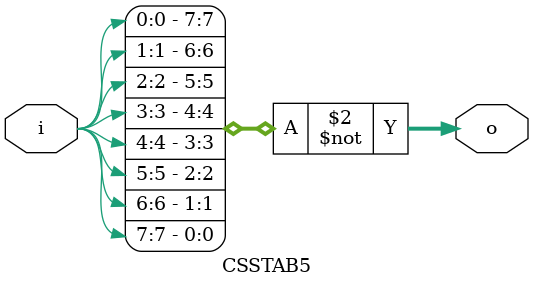
<source format=v>
/*
 * structural verilog implementation of CSS decryption tables
 * believe it or not, this takes 22+7+0+0+8=37 gates.
 * i leave it as an exercise for the reader to implement the 
 * css statemachine in a synthesizable form also.
 *
 * 040401ajb bybell@xxedgexx.com
 */


module top;				// exercise modules for verification
reg[8:0] j;				// that tables produced are correct...
wire [7:0] i,o1,o2,o3,o4,o5;

assign i=j[7:0];

CSSTAB1 c1(i,o1);
CSSTAB2 c2(i,o2);
CSSTAB3 c3(i[2:0],o3);
CSSTAB4 c4(i,o4);
CSSTAB5 c5(i,o5);

initial
	begin
	$display("NDX C1 C2 C3 C4 C5");
	$display("--- -- -- -- -- --");
	for(j=0;j<256;j=j+1)
		begin
		$display("%x: %x %x %x %x %x",i,o1,o2,o3,o4,o5);
		end
	end

endmodule



/*
 * table1: the so-called substitution cipher
 * thanks to charles hannum's mathematical description
 * for making this manageable and not need a 256*8 ROM..
 * this requires just 22 gates with max of 5 gate delays
 * (or 4 if you have inverting xors in your library
 * which is most likely the case for CMOS).
 */
module CSSTAB1(i, o);
input [7:0] i;
output [7:0] o;
wire a, b, c, d, e, f, g, h;

assign a = i[0];
assign b = i[1];
assign c = i[2];
assign d = i[3];
assign e = i[4];
assign f = i[5];
assign g = i[6];
assign h = i[7];

assign anb=a&b;
assign ANB=A&B;

assign A = ~(anb ^ d);
assign B = ~((e & f) ^ g);
assign C = ~(ANB ^ f);
assign D = ~(ANB ^ b);
assign E = ~(anb ^ c);
assign F = ~((e | f) ^ h);
assign G = ~((E & F) ^ a);
assign H = ~((E | F) ^ e);

assign o={H,G,F,E,D,C,B,A};

endmodule


/*
 * table2: out=in^(in>>3)^(in>>6)
 * this requires seven gates
 */
module CSSTAB2(i,o);
input [7:0] i;
output [7:0] o;
wire [4:0]t1;
wire [1:0]t2;

assign t1=i[4:0]^i[7:3];
assign t2=t1[1:0]^i[7:6];

assign o={i[7:5],t1[4:2],t2[1:0]};

endmodule


/*
 * table3: repeating sequence of {00 24 49 6d 92 b6 db ff}
 * with n&7 as the index.
 */
module CSSTAB3(i,o);
input [2:0]i;
output [7:0]o;
wire a,b,c;

//
// the following unminimized PLA...
//
// .i 3 
// .o 8
// 000 00000000
// 001 00100100
// 010 01001001
// 011 01101101
// 100 10010010
// 101 10110110
// 110 11011011
// 111 11111111
//
// results in this very interesting *zero gate* minimization:
//
// % espresso z.pla
// .i 3
// .o 8
// .p 3
// --1 00100100
// 1-- 10010010
// -1- 01001001
// .e

assign a=i[2];
assign b=i[1];
assign c=i[0];

// therefore simply..
assign o={a,b,c,a,b,c,a,b};
endmodule


/*
 * reverse bits.  this requires no gates..
 */
module CSSTAB4(i,o);
input [7:0] i;
output [7:0] o;

assign o={i[0],i[1],i[2],i[3],i[4],i[5],i[6],i[7]};
endmodule


/*
 * reverse complemented bits.  this requires 8 gates..
 */
module CSSTAB5(i,o);
input [7:0] i;
output [7:0] o;

assign o=~{i[0],i[1],i[2],i[3],i[4],i[5],i[6],i[7]};
endmodule

</source>
